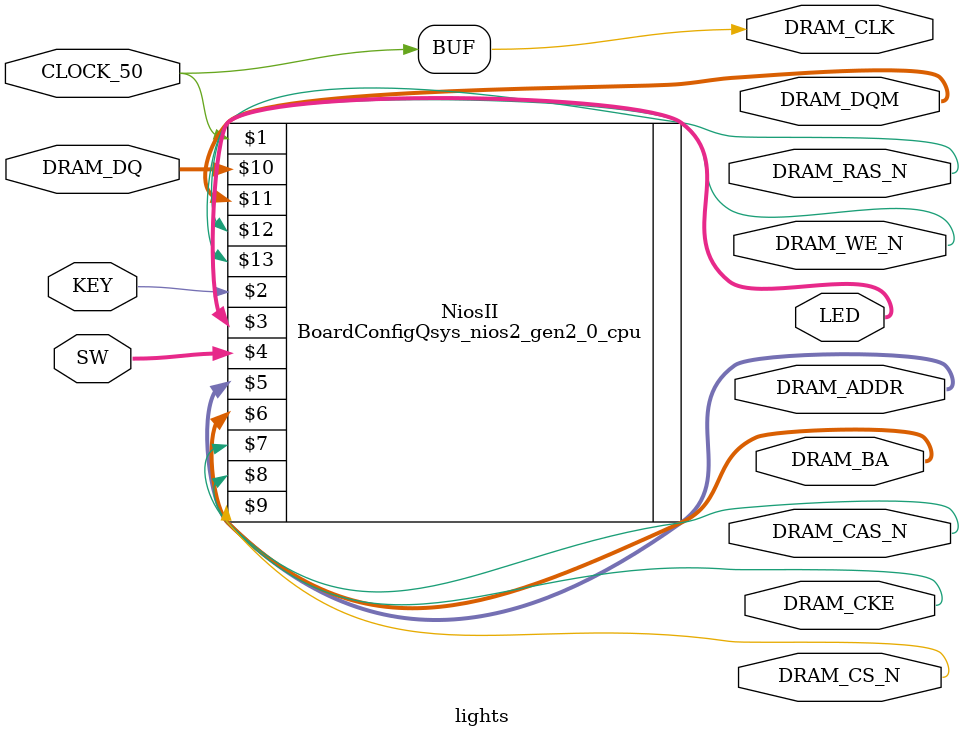
<source format=v>
module lights (SW, KEY, CLOCK_50, LED, DRAM_CLK, DRAM_CKE,
DRAM_ADDR, DRAM_BA, DRAM_CS_N, DRAM_CAS_N, DRAM_RAS_N,
DRAM_WE_N, DRAM_DQ, DRAM_DQM);
input [3:0] SW;
input [0:0] KEY;
input CLOCK_50;
output [3:0] LED;
output [12:0] DRAM_ADDR;
output [1:0] DRAM_BA;
output DRAM_CAS_N, DRAM_RAS_N, DRAM_CLK;
output DRAM_CKE, DRAM_CS_N, DRAM_WE_N;
output [1:0] DRAM_DQM;
inout [15:0] DRAM_DQ;
// Instantiate the Nios II system module generated by the SOPC Builder
BoardConfigQsys_nios2_gen2_0_cpu NiosII (
CLOCK_50,
KEY[0],
LED,
SW,
DRAM_ADDR,
DRAM_BA,
DRAM_CAS_N,
DRAM_CKE,
DRAM_CS_N,
DRAM_DQ,
DRAM_DQM,
DRAM_RAS_N,
DRAM_WE_N);
assign DRAM_CLK = CLOCK_50;
endmodule


/*// Implements a simple Nios II system for the DE-series board.
// Inputs: SW7−0 are parallel port inputs to the Nios II system
// CLOCK_50 is the system clock
// KEY0 is the active-low system reset
// Outputs: LEDG7−0 are parallel port outputs from the Nios II system
module lights (SW, KEY, CLOCK_50, LEDG);
input [7:0] SW;
input [0:0] KEY;
input CLOCK_50;
output [7:0] LEDG;
// Instantiate the Nios II system module generated by the SOPC Builder:
// nios2_gen2_0 (clk_0, reset_n, out_port_from_the_LEDs, in_port_to_the_Switches)
nios2_gen2_0 NiosII (CLOCK_50, KEY[0], LEDG, SW);
endmodule
*/
</source>
